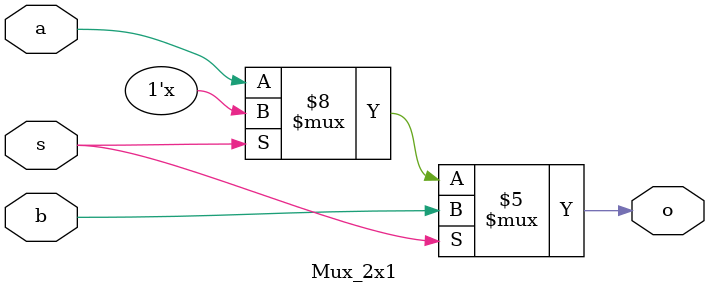
<source format=v>
`timescale 1ns / 1ps



module Mux_2x1(s,a,b,o);
input s,a,b;
output o;
reg o;
always@(s,a,b)begin
if(s==0)
 begin
    o=a;
 end
if(s==1) begin
    o=b;
end
end
endmodule

</source>
